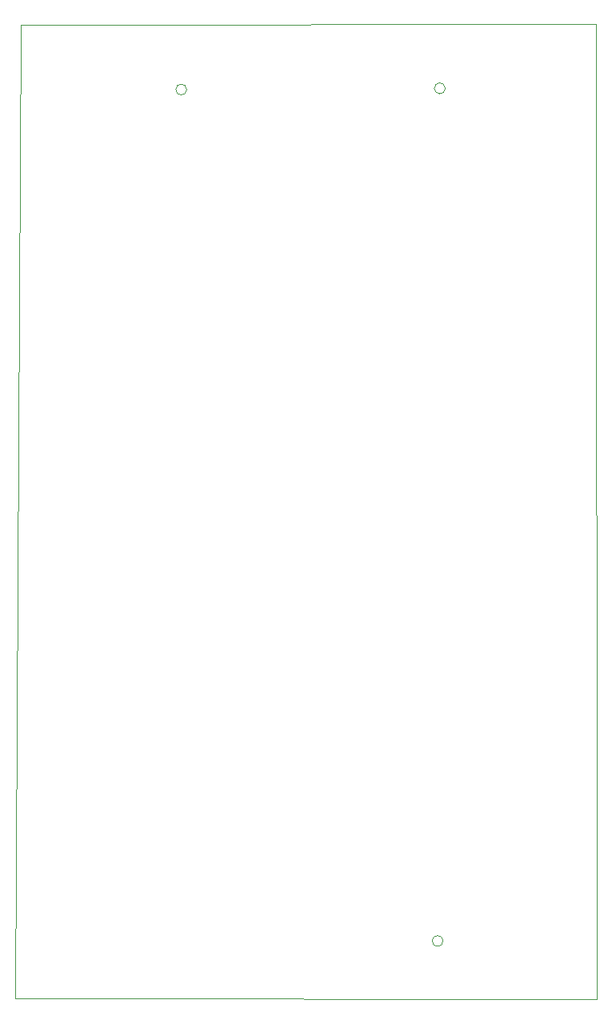
<source format=gbr>
%TF.GenerationSoftware,KiCad,Pcbnew,(5.1.10)-1*%
%TF.CreationDate,2021-11-07T19:26:15-08:00*%
%TF.ProjectId,stm32_pcb,73746d33-325f-4706-9362-2e6b69636164,rev?*%
%TF.SameCoordinates,Original*%
%TF.FileFunction,Profile,NP*%
%FSLAX46Y46*%
G04 Gerber Fmt 4.6, Leading zero omitted, Abs format (unit mm)*
G04 Created by KiCad (PCBNEW (5.1.10)-1) date 2021-11-07 19:26:15*
%MOMM*%
%LPD*%
G01*
G04 APERTURE LIST*
%TA.AperFunction,Profile*%
%ADD10C,0.050000*%
%TD*%
%TA.AperFunction,Profile*%
%ADD11C,0.100000*%
%TD*%
G04 APERTURE END LIST*
D10*
X150776000Y-45860000D02*
G75*
G03*
X150776000Y-45860000I-576000J0D01*
G01*
X178136000Y-45730000D02*
G75*
G03*
X178136000Y-45730000I-576000J0D01*
G01*
X177906000Y-135900000D02*
G75*
G03*
X177906000Y-135900000I-576000J0D01*
G01*
D11*
X194090000Y-38970000D02*
X194210000Y-142050000D01*
X133180000Y-38990000D02*
X194090000Y-38970000D01*
X132610000Y-141970000D02*
X133180000Y-38990000D01*
X194210000Y-142050000D02*
X132610000Y-141970000D01*
M02*

</source>
